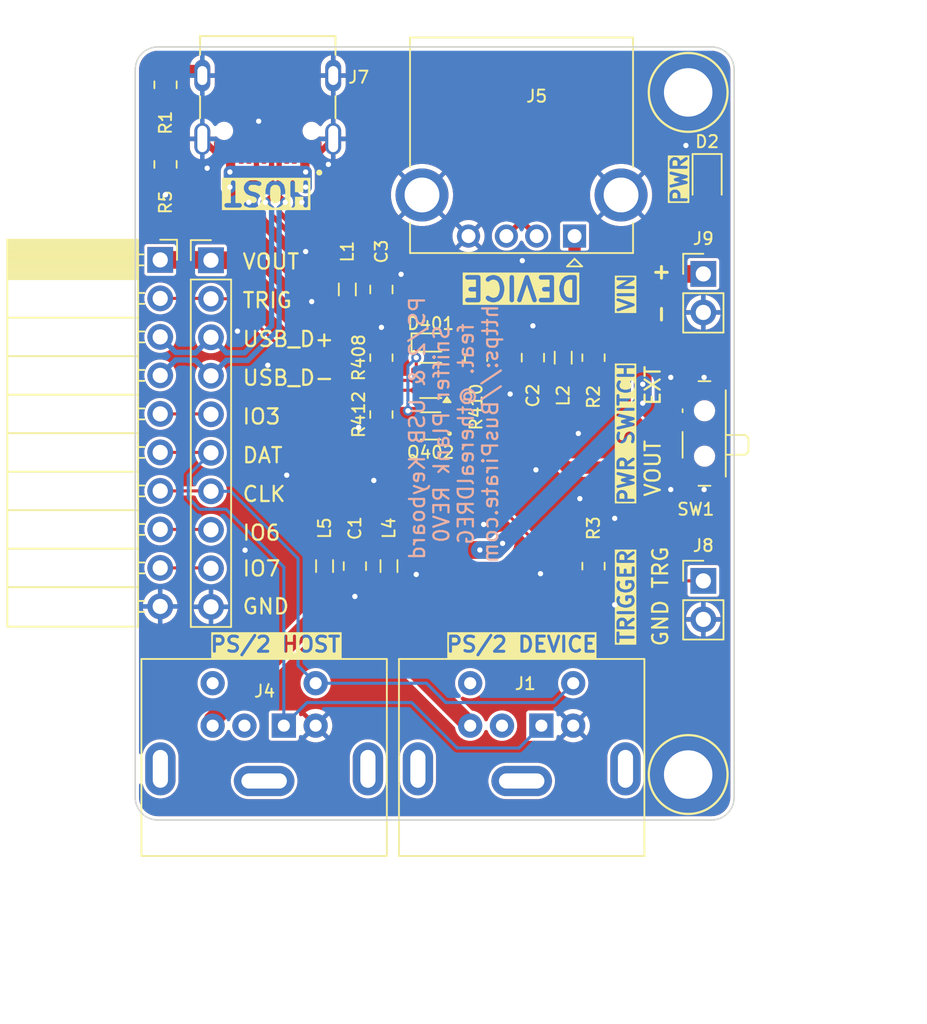
<source format=kicad_pcb>
(kicad_pcb (version 20241229) (generator "pcbnew") (generator_version "9.0")
  (layers (0 "F.Cu" signal) (2 "B.Cu" signal) (13 "F.Paste" user) (15 "B.Paste" user) (5 "F.SilkS" user "F.Silkscreen") (7 "B.SilkS" user "B.Silkscreen") (1 "F.Mask" user) (3 "B.Mask" user) (25 "Edge.Cuts" user))
  (net 0 "")
  (net 1 "VDD")
  (net 3 "DAT")
  (net 4 "Net-(J1-Pad4)")
  (net 5 "CLK")
  (net 6 "USB_D-")
  (net 8 "IO7")
  (net 9 "IO3")
  (net 10 "IO6")
  (net 11 "GND")
  (net 12 "VOUT")
  (net 13 "Net-(D2-A)")
  (net 14 "TRIG")
  (net 15 "USB_D+")
  (net 16 "Net-(J4-Pad4)")
  (net 17 "Net-(J5-VBUS)")
  (net 19 "Net-(J7-VBUS-PadA4B9)")
  (net 20 "Net-(J7-CC1)")
  (net 21 "Net-(J7-CC2)")
  (net 26 "Net-(D401-A)")
  (net 27 "VOUT_BP_SIDE")
  (net 28 "Net-(Q401A-C1)")
  (net 29 "Net-(Q401A-B1)")
  (footprint "TYPE-C-31-M-12:HRO_TYPE-C-31-M-12" (layer "F.Cu") (at 108.5 73.8875 180)
    (property "Reference" "J7" (at -6 -0.1125 0) (layer "F.SilkS") (effects (font (size 0.8 0.8) (thickness 0.13))))
    (property "Value" "TYPE-C-31-M-12")
    (pad "" np_thru_hole circle (at -2.89 -3.65 180) (size 0.7 0.7) (drill 0.7) (layers "*.Cu" "*.Mask"))
    (pad "" np_thru_hole circle (at 2.89 -3.65 180) (size 0.7 0.7) (drill 0.7) (layers "*.Cu" "*.Mask"))
    (pad "A1B12" smd rect (at -3.25 -5.095 180) (size 0.6 1.45) (layers "F.Cu" "F.Mask" "F.Paste") (net 11 "GND"))
    (pad "A4B9" smd rect (at -2.45 -5.095 180) (size 0.6 1.45) (layers "F.Cu" "F.Mask" "F.Paste") (net 19 "Net-(J7-VBUS-PadA4B9)"))
    (pad "A5" smd rect (at -1.25 -5.095 180) (size 0.3 1.45) (layers "F.Cu" "F.Mask" "F.Paste") (net 20 "Net-(J7-CC1)"))
    (pad "A6" smd rect (at -0.25 -5.095 180) (size 0.3 1.45) (layers "F.Cu" "F.Mask" "F.Paste") (net 15 "USB_D+"))
    (pad "A7" smd rect (at 0.25 -5.095 180) (size 0.3 1.45) (layers "F.Cu" "F.Mask" "F.Paste") (net 6 "USB_D-"))
    (pad "A8" smd rect (at 1.25 -5.095 180) (size 0.3 1.45) (layers "F.Cu" "F.Mask" "F.Paste"))
    (pad "B1A12" smd rect (at 3.25 -5.095 180) (size 0.6 1.45) (layers "F.Cu" "F.Mask" "F.Paste") (net 11 "GND"))
    (pad "B4A9" smd rect (at 2.45 -5.095 180) (size 0.6 1.45) (layers "F.Cu" "F.Mask" "F.Paste") (net 19 "Net-(J7-VBUS-PadA4B9)"))
    (pad "B5" smd rect (at 1.75 -5.095 180) (size 0.3 1.45) (layers "F.Cu" "F.Mask" "F.Paste") (net 21 "Net-(J7-CC2)"))
    (pad "B6" smd rect (at 0.75 -5.095 180) (size 0.3 1.45) (layers "F.Cu" "F.Mask" "F.Paste") (net 15 "USB_D+"))
    (pad "B7" smd rect (at -0.75 -5.095 180) (size 0.3 1.45) (layers "F.Cu" "F.Mask" "F.Paste") (net 6 "USB_D-"))
    (pad "B8" smd rect (at -1.75 -5.095 180) (size 0.3 1.45) (layers "F.Cu" "F.Mask" "F.Paste"))
    (pad "S1" thru_hole oval (at -4.32 -4.18 180) (size 1.05 2.1) (drill oval 0.65 1.75) (layers "*.Cu" "*.Mask") (net 11 "GND"))
    (pad "S2" thru_hole oval (at 4.32 -4.18 180) (size 1.05 2.1) (drill oval 0.65 1.75) (layers "*.Cu" "*.Mask") (net 11 "GND"))
    (pad "S3" thru_hole oval (at -4.32 0 180) (size 1.05 2.1) (drill oval 0.65 1.25) (layers "*.Cu" "*.Mask") (net 11 "GND"))
    (pad "S4" thru_hole oval (at 4.32 0 180) (size 1.05 2.1) (drill oval 0.65 1.25) (layers "*.Cu" "*.Mask") (net 11 "GND"))
  )
  (footprint "Inductor_SMD:L_0805_2012Metric" (layer "F.Cu") (at 116.5 106.25 90)
    (property "Reference" "L4" (at 2.5 0 90) (layer "F.SilkS") (effects (font (size 0.8 0.8) (thickness 0.13))))
    (property "Value" "CBW201209U300T")
    (pad "1" smd roundrect (at -1.0625 0 90) (size 0.875 1.2) (layers "F.Cu" "F.Mask" "F.Paste") (net 4 "Net-(J1-Pad4)"))
    (pad "2" smd roundrect (at 1.0625 0 90) (size 0.875 1.2) (layers "F.Cu" "F.Mask" "F.Paste") (net 1 "VDD"))
  )
  (footprint "Package_TO_SOT_SMD:SOT-523" (layer "F.Cu") (at 119.25 97 180)
    (property "Reference" "Q402" (at 0 -1.75 0) (layer "F.SilkS") (effects (font (size 0.8 0.8) (thickness 0.13))))
    (property "Value" "BC2301T 2.8A")
    (pad "1" smd roundrect (at -0.645 -0.5) (size 0.51 0.4) (layers "F.Cu" "F.Mask" "F.Paste") (net 28 "Net-(Q401A-C1)"))
    (pad "2" smd roundrect (at -0.645 0.5) (size 0.51 0.4) (layers "F.Cu" "F.Mask" "F.Paste") (net 12 "VOUT"))
    (pad "3" smd roundrect (at 0.645 0) (size 0.51 0.4) (layers "F.Cu" "F.Mask" "F.Paste") (net 27 "VOUT_BP_SIDE"))
  )
  (footprint "Connector_PinHeader_2.54mm:PinHeader_1x10_P2.54mm_Vertical" (layer "F.Cu") (at 104.75 86.075)
    (property "Reference" "J3" (hide yes))
    (property "Value" "Conn_01x10" (hide yes))
    (pad "1" thru_hole rect (at 0 0) (size 1.7 1.7) (drill 1) (layers "*.Cu" "*.Mask") (net 27 "VOUT_BP_SIDE"))
    (pad "2" thru_hole oval (at 0 2.54) (size 1.7 1.7) (drill 1) (layers "*.Cu" "*.Mask") (net 14 "TRIG"))
    (pad "3" thru_hole oval (at 0 5.08) (size 1.7 1.7) (drill 1) (layers "*.Cu" "*.Mask") (net 15 "USB_D+"))
    (pad "4" thru_hole oval (at 0 7.62) (size 1.7 1.7) (drill 1) (layers "*.Cu" "*.Mask") (net 6 "USB_D-"))
    (pad "5" thru_hole oval (at 0 10.16) (size 1.7 1.7) (drill 1) (layers "*.Cu" "*.Mask") (net 9 "IO3"))
    (pad "6" thru_hole oval (at 0 12.7) (size 1.7 1.7) (drill 1) (layers "*.Cu" "*.Mask") (net 3 "DAT"))
    (pad "7" thru_hole oval (at 0 15.24) (size 1.7 1.7) (drill 1) (layers "*.Cu" "*.Mask") (net 5 "CLK"))
    (pad "8" thru_hole oval (at 0 17.78) (size 1.7 1.7) (drill 1) (layers "*.Cu" "*.Mask") (net 10 "IO6"))
    (pad "9" thru_hole oval (at 0 20.32) (size 1.7 1.7) (drill 1) (layers "*.Cu" "*.Mask") (net 8 "IO7"))
    (pad "10" thru_hole oval (at 0 22.86) (size 1.7 1.7) (drill 1) (layers "*.Cu" "*.Mask") (net 11 "GND"))
  )
  (footprint "Resistor_SMD:R_0805_2012Metric" (layer "F.Cu") (at 130 106.25 90)
    (property "Reference" "R3" (at 2.5 0 90) (layer "F.SilkS") (effects (font (size 0.8 0.8) (thickness 0.13))))
    (property "Value" "2K")
    (pad "1" smd roundrect (at -0.9125 0 90) (size 1.025 1.4) (layers "F.Cu" "F.Mask" "F.Paste") (roundrect_rratio 0.243902) (net 14 "TRIG"))
    (pad "2" smd roundrect (at 0.9125 0 90) (size 1.025 1.4) (layers "F.Cu" "F.Mask" "F.Paste") (roundrect_rratio 0.243902) (net 12 "VOUT"))
  )
  (footprint "Resistor_SMD:R_0805_2012Metric" (layer "F.Cu") (at 116 96.25 -90)
    (property "Reference" "R412" (at 0 1.5 90) (layer "F.SilkS") (effects (font (size 0.8 0.8) (thickness 0.13))))
    (property "Value" "100K")
    (pad "1" smd roundrect (at -0.9125 0 270) (size 1.025 1.4) (layers "F.Cu" "F.Mask" "F.Paste") (roundrect_rratio 0.243902) (net 28 "Net-(Q401A-C1)"))
    (pad "2" smd roundrect (at 0.9125 0 270) (size 1.025 1.4) (layers "F.Cu" "F.Mask" "F.Paste") (roundrect_rratio 0.243902) (net 11 "GND"))
  )
  (footprint "Capacitor_SMD:C_0805_2012Metric" (layer "F.Cu") (at 114.25 106.25 -90)
    (property "Reference" "C1" (at -2.5 0 90) (layer "F.SilkS") (effects (font (size 0.8 0.8) (thickness 0.13))))
    (property "Value" "47uF/CL21A226MAYNNNE")
    (pad "1" smd roundrect (at -0.95 0 270) (size 1 1.45) (layers "F.Cu" "F.Mask" "F.Paste") (net 1 "VDD"))
    (pad "2" smd roundrect (at 0.95 0 270) (size 1 1.45) (layers "F.Cu" "F.Mask" "F.Paste") (net 11 "GND"))
  )
  (footprint "Connector_PinSocket_2.54mm:PinSocket_1x10_P2.54mm_Horizontal" (layer "F.Cu") (at 101.4 86.05)
    (property "Reference" "J2" (hide yes))
    (property "Value" "Conn_01x10" (hide yes))
    (pad "1" thru_hole rect (at 0 0) (size 1.7 1.7) (drill 1) (layers "*.Cu" "*.Mask") (net 27 "VOUT_BP_SIDE"))
    (pad "2" thru_hole oval (at 0 2.54) (size 1.7 1.7) (drill 1) (layers "*.Cu" "*.Mask") (net 14 "TRIG"))
    (pad "3" thru_hole oval (at 0 5.08) (size 1.7 1.7) (drill 1) (layers "*.Cu" "*.Mask") (net 15 "USB_D+"))
    (pad "4" thru_hole oval (at 0 7.62) (size 1.7 1.7) (drill 1) (layers "*.Cu" "*.Mask") (net 6 "USB_D-"))
    (pad "5" thru_hole oval (at 0 10.16) (size 1.7 1.7) (drill 1) (layers "*.Cu" "*.Mask") (net 9 "IO3"))
    (pad "6" thru_hole oval (at 0 12.7) (size 1.7 1.7) (drill 1) (layers "*.Cu" "*.Mask") (net 3 "DAT"))
    (pad "7" thru_hole oval (at 0 15.24) (size 1.7 1.7) (drill 1) (layers "*.Cu" "*.Mask") (net 5 "CLK"))
    (pad "8" thru_hole oval (at 0 17.78) (size 1.7 1.7) (drill 1) (layers "*.Cu" "*.Mask") (net 10 "IO6"))
    (pad "9" thru_hole oval (at 0 20.32) (size 1.7 1.7) (drill 1) (layers "*.Cu" "*.Mask") (net 8 "IO7"))
    (pad "10" thru_hole oval (at 0 22.86) (size 1.7 1.7) (drill 1) (layers "*.Cu" "*.Mask") (net 11 "GND"))
  )
  (footprint "Package_TO_SOT_SMD:SOT-363_SC-70-6" (layer "F.Cu") (at 119.25 94 180)
    (property "Reference" "Q401")
    (property "Value" "BCM857BS-7-F")
    (pad "1" smd roundrect (at -0.95 -0.65 180) (size 0.65 0.4) (layers "F.Cu" "F.Mask" "F.Paste") (net 12 "VOUT"))
    (pad "2" smd roundrect (at -0.95 0 180) (size 0.65 0.4) (layers "F.Cu" "F.Mask" "F.Paste") (net 29 "Net-(Q401A-B1)"))
    (pad "3" smd roundrect (at -0.95 0.65 180) (size 0.65 0.4) (layers "F.Cu" "F.Mask" "F.Paste") (net 26 "Net-(D401-A)"))
    (pad "4" smd roundrect (at 0.95 0.65 180) (size 0.65 0.4) (layers "F.Cu" "F.Mask" "F.Paste") (net 27 "VOUT_BP_SIDE"))
    (pad "5" smd roundrect (at 0.95 0 180) (size 0.65 0.4) (layers "F.Cu" "F.Mask" "F.Paste") (net 26 "Net-(D401-A)"))
    (pad "6" smd roundrect (at 0.95 -0.65 180) (size 0.65 0.4) (layers "F.Cu" "F.Mask" "F.Paste") (net 28 "Net-(Q401A-C1)"))
  )
  (footprint "connector-mini-din-6:Connector_Mini-DIN_Female_6Pin_2rows" (layer "F.Cu") (at 109.56 116.775)
    (property "Reference" "J4" (at -1.27 -2.275 0) (layer "F.SilkS") (effects (font (size 0.8 0.8) (thickness 0.13))))
    (property "Value" "Mini-DIN-6")
    (pad "1" thru_hole rect (at 0 0) (size 1.6 1.6) (drill 0.8) (layers "*.Cu" "*.Mask") (net 3 "DAT"))
    (pad "2" thru_hole circle (at -2.6 0) (size 1.6 1.6) (drill 0.8) (layers "*.Cu" "*.Mask"))
    (pad "3" thru_hole circle (at 2.1 0) (size 1.6 1.6) (drill 0.8) (layers "*.Cu" "*.Mask") (net 11 "GND"))
    (pad "4" thru_hole circle (at -4.7 0) (size 1.6 1.6) (drill 0.8) (layers "*.Cu" "*.Mask") (net 16 "Net-(J4-Pad4)"))
    (pad "5" thru_hole circle (at 2.1 -2.8) (size 1.6 1.6) (drill 0.8) (layers "*.Cu" "*.Mask") (net 5 "CLK"))
    (pad "6" thru_hole circle (at -4.7 -2.8) (size 1.6 1.6) (drill 0.8) (layers "*.Cu" "*.Mask"))
    (pad "7" thru_hole oval (at -8.15 2.85) (size 2 3.5) (drill oval 1 2.5) (layers "*.Cu" "*.Mask"))
    (pad "7" thru_hole oval (at -1.3 3.65) (size 4 2) (drill oval 3 1) (layers "*.Cu" "*.Mask"))
    (pad "7" thru_hole oval (at 5.55 2.85) (size 2 3.5) (drill oval 1 2.5) (layers "*.Cu" "*.Mask"))
  )
  (footprint "Connector_USB:USB_A_CONNFLY_DS1095-WNR0" (layer "F.Cu") (at 128.75 84.4775 180)
    (property "Reference" "J5" (at 2.5 9.2275 0) (layer "F.SilkS") (effects (font (size 0.8 0.8) (thickness 0.13))))
    (property "Value" "USB_A")
    (pad "1" thru_hole rect (at 0 0 180) (size 1.524 1.524) (drill 0.92) (layers "*.Cu" "*.Mask") (net 17 "Net-(J5-VBUS)"))
    (pad "2" thru_hole circle (at 2.5 0 180) (size 1.524 1.524) (drill 0.92) (layers "*.Cu" "*.Mask") (net 6 "USB_D-"))
    (pad "3" thru_hole circle (at 4.5 0 180) (size 1.524 1.524) (drill 0.92) (layers "*.Cu" "*.Mask") (net 15 "USB_D+"))
    (pad "4" thru_hole circle (at 7 0 180) (size 1.524 1.524) (drill 0.92) (layers "*.Cu" "*.Mask") (net 11 "GND"))
    (pad "5" thru_hole circle (at -3.07 2.71 180) (size 3.5 3.5) (drill 2.3) (layers "*.Cu" "*.Mask") (net 11 "GND"))
    (pad "5" thru_hole circle (at 10.07 2.71 180) (size 3.5 3.5) (drill 2.3) (layers "*.Cu" "*.Mask") (net 11 "GND"))
  )
  (footprint "Inductor_SMD:L_0805_2012Metric" (layer "F.Cu") (at 113.75 88 90)
    (property "Reference" "L1" (at 2.5 0 90) (layer "F.SilkS") (effects (font (size 0.8 0.8) (thickness 0.13))))
    (property "Value" "CBW201209U300T")
    (pad "1" smd roundrect (at -1.0625 0 90) (size 0.875 1.2) (layers "F.Cu" "F.Mask" "F.Paste") (net 1 "VDD"))
    (pad "2" smd roundrect (at 1.0625 0 90) (size 0.875 1.2) (layers "F.Cu" "F.Mask" "F.Paste") (net 19 "Net-(J7-VBUS-PadA4B9)"))
  )
  (footprint "Connector_PinHeader_2.54mm:PinHeader_1x02_P2.54mm_Vertical" (layer "F.Cu") (at 137.25 86.975)
    (property "Reference" "J9" (at 0 -2.33 0) (layer "F.SilkS") (effects (font (size 0.8 0.8) (thickness 0.13))))
    (property "Value" "Conn_01x02_Pin")
    (pad "1" thru_hole rect (at 0 0) (size 1.7 1.7) (drill 1) (layers "*.Cu" "*.Mask") (net 1 "VDD"))
    (pad "2" thru_hole oval (at 0 2.54) (size 1.7 1.7) (drill 1) (layers "*.Cu" "*.Mask") (net 11 "GND"))
  )
  (footprint "Resistor_SMD:R_0805_2012Metric" (layer "F.Cu") (at 116 92.5 90)
    (property "Reference" "R408" (at 0 -1.5 90) (layer "F.SilkS") (effects (font (size 0.8 0.8) (thickness 0.13))))
    (property "Value" "66K")
    (pad "1" smd roundrect (at -0.9125 0 90) (size 1.025 1.4) (layers "F.Cu" "F.Mask" "F.Paste") (roundrect_rratio 0.243902) (net 26 "Net-(D401-A)"))
    (pad "2" smd roundrect (at 0.9125 0 90) (size 1.025 1.4) (layers "F.Cu" "F.Mask" "F.Paste") (roundrect_rratio 0.243902) (net 11 "GND"))
  )
  (footprint "Diode_SMD:D_SOD-523" (layer "F.Cu") (at 119.25 91.5)
    (property "Reference" "D401" (at 0 -1.25 0) (layer "F.SilkS") (effects (font (size 0.8 0.8) (thickness 0.13))))
    (property "Value" "1N4148WT")
    (pad "1" smd roundrect (at -0.7 0 180) (size 0.6 0.7) (layers "F.Cu" "F.Mask" "F.Paste") (net 27 "VOUT_BP_SIDE"))
    (pad "2" smd roundrect (at 0.7 0 180) (size 0.6 0.7) (layers "F.Cu" "F.Mask" "F.Paste") (net 26 "Net-(D401-A)"))
  )
  (footprint "Resistor_SMD:R_0805_2012Metric" (layer "F.Cu") (at 101.75 74.5 -90)
    (property "Reference" "R1" (at 2.5 0 90) (layer "F.SilkS") (effects (font (size 0.8 0.8) (thickness 0.13))))
    (property "Value" "5.1K")
    (pad "1" smd roundrect (at -0.9125 0 270) (size 1.025 1.4) (layers "F.Cu" "F.Mask" "F.Paste") (roundrect_rratio 0.243902) (net 11 "GND"))
    (pad "2" smd roundrect (at 0.9125 0 270) (size 1.025 1.4) (layers "F.Cu" "F.Mask" "F.Paste") (roundrect_rratio 0.243902) (net 20 "Net-(J7-CC1)"))
  )
  (footprint "connector-mini-din-6:Connector_Mini-DIN_Female_6Pin_2rows" (layer "F.Cu") (at 126.56 116.775)
    (property "Reference" "J1" (at -1.06 -2.775 0) (layer "F.SilkS") (effects (font (size 0.8 0.8) (thickness 0.13))))
    (property "Value" "Mini-DIN-6")
    (pad "1" thru_hole rect (at 0 0) (size 1.6 1.6) (drill 0.8) (layers "*.Cu" "*.Mask") (net 3 "DAT"))
    (pad "2" thru_hole circle (at -2.6 0) (size 1.6 1.6) (drill 0.8) (layers "*.Cu" "*.Mask"))
    (pad "3" thru_hole circle (at 2.1 0) (size 1.6 1.6) (drill 0.8) (layers "*.Cu" "*.Mask") (net 11 "GND"))
    (pad "4" thru_hole circle (at -4.7 0) (size 1.6 1.6) (drill 0.8) (layers "*.Cu" "*.Mask") (net 4 "Net-(J1-Pad4)"))
    (pad "5" thru_hole circle (at 2.1 -2.8) (size 1.6 1.6) (drill 0.8) (layers "*.Cu" "*.Mask") (net 5 "CLK"))
    (pad "6" thru_hole circle (at -4.7 -2.8) (size 1.6 1.6) (drill 0.8) (layers "*.Cu" "*.Mask"))
    (pad "7" thru_hole oval (at -8.15 2.85) (size 2 3.5) (drill oval 1 2.5) (layers "*.Cu" "*.Mask"))
    (pad "7" thru_hole oval (at -1.3 3.65) (size 4 2) (drill oval 3 1) (layers "*.Cu" "*.Mask"))
    (pad "7" thru_hole oval (at 5.55 2.85) (size 2 3.5) (drill oval 1 2.5) (layers "*.Cu" "*.Mask"))
  )
  (footprint "Connector_PinHeader_2.54mm:PinHeader_1x02_P2.54mm_Vertical" (layer "F.Cu") (at 137.25 107.225)
    (property "Reference" "J8" (at 0 -2.33 0) (layer "F.SilkS") (effects (font (size 0.8 0.8) (thickness 0.13))))
    (property "Value" "Conn_01x02_Pin")
    (pad "1" thru_hole rect (at 0 0) (size 1.7 1.7) (drill 1) (layers "*.Cu" "*.Mask") (net 14 "TRIG"))
    (pad "2" thru_hole oval (at 0 2.54) (size 1.7 1.7) (drill 1) (layers "*.Cu" "*.Mask") (net 11 "GND"))
  )
  (footprint "Inductor_SMD:L_0805_2012Metric" (layer "F.Cu") (at 112.25 106.25 90)
    (property "Reference" "L5" (at 2.5 0 90) (layer "F.SilkS") (effects (font (size 0.8 0.8) (thickness 0.13))))
    (property "Value" "CBW201209U300T")
    (pad "1" smd roundrect (at -1.0625 0 90) (size 0.875 1.2) (layers "F.Cu" "F.Mask" "F.Paste") (net 16 "Net-(J4-Pad4)"))
    (pad "2" smd roundrect (at 1.0625 0 90) (size 0.875 1.2) (layers "F.Cu" "F.Mask" "F.Paste") (net 1 "VDD"))
  )
  (footprint "Resistor_SMD:R_0805_2012Metric" (layer "F.Cu") (at 122.25 92.5 90)
    (property "Reference" "R410" (at -3.25 0 90) (layer "F.SilkS") (effects (font (size 0.8 0.8) (thickness 0.13))))
    (property "Value" "10K")
    (pad "1" smd roundrect (at -0.9125 0 90) (size 1.025 1.4) (layers "F.Cu" "F.Mask" "F.Paste") (roundrect_rratio 0.243902) (net 29 "Net-(Q401A-B1)"))
    (pad "2" smd roundrect (at 0.9125 0 90) (size 1.025 1.4) (layers "F.Cu" "F.Mask" "F.Paste") (roundrect_rratio 0.243902) (net 26 "Net-(D401-A)"))
  )
  (footprint "Button_Switch_SMD:SW_SPDT_PCM12" (layer "F.Cu") (at 137 97.5 90)
    (property "Reference" "SW1" (at -5 -0.25 180) (layer "F.SilkS") (effects (font (size 0.8 0.8) (thickness 0.13))))
    (property "Value" "SW_SPDT")
    (pad "" smd rect (at -3.65 -0.78 90) (size 1 0.8) (layers "F.Cu" "F.Mask" "F.Paste") (net 11 "GND"))
    (pad "" smd rect (at -3.65 1.43 90) (size 1 0.8) (layers "F.Cu" "F.Mask" "F.Paste") (net 11 "GND"))
    (pad "" np_thru_hole circle (at -1.5 0.33 90) (size 0.9 0.9) (drill 0.9) (layers "*.Cu" "*.Mask"))
    (pad "" np_thru_hole circle (at 1.5 0.33 90) (size 0.9 0.9) (drill 0.9) (layers "*.Cu" "*.Mask"))
    (pad "" smd rect (at 3.65 -0.78 90) (size 1 0.8) (layers "F.Cu" "F.Mask" "F.Paste") (net 11 "GND"))
    (pad "" smd rect (at 3.65 1.43 90) (size 1 0.8) (layers "F.Cu" "F.Mask" "F.Paste") (net 11 "GND"))
    (pad "1" smd rect (at -2.25 -1.43 90) (size 0.7 1.5) (layers "F.Cu" "F.Mask" "F.Paste") (net 12 "VOUT"))
    (pad "2" smd rect (at 0.75 -1.43 90) (size 0.7 1.5) (layers "F.Cu" "F.Mask" "F.Paste") (net 1 "VDD"))
    (pad "3" smd rect (at 2.25 -1.43 90) (size 0.7 1.5) (layers "F.Cu" "F.Mask" "F.Paste"))
  )
  (footprint "Resistor_SMD:R_0805_2012Metric" (layer "F.Cu") (at 130 92.5 90)
    (property "Reference" "R2" (at -2.5875 0 90) (layer "F.SilkS") (effects (font (size 0.8 0.8) (thickness 0.13))))
    (property "Value" "2K" (hide yes))
    (pad "1" smd roundrect (at -0.9125 0 90) (size 1.025 1.4) (layers "F.Cu" "F.Mask" "F.Paste") (roundrect_rratio 0.243902439) (net 1 "VDD"))
    (pad "2" smd roundrect (at 0.9125 0 90) (size 1.025 1.4) (layers "F.Cu" "F.Mask" "F.Paste") (roundrect_rratio 0.243902439) (net 13 "Net-(D2-A)"))
  )
  (footprint "Capacitor_SMD:C_0805_2012Metric" (layer "F.Cu") (at 126 92.5 90)
    (property "Reference" "C2" (at -2.5 0 90) (layer "F.SilkS") (effects (font (size 0.8 0.8) (thickness 0.13))))
    (property "Value" "47uF/CL21A226MAYNNNE")
    (pad "1" smd roundrect (at -0.95 0 90) (size 1 1.45) (layers "F.Cu" "F.Mask" "F.Paste") (net 1 "VDD"))
    (pad "2" smd roundrect (at 0.95 0 90) (size 1 1.45) (layers "F.Cu" "F.Mask" "F.Paste") (net 11 "GND"))
  )
  (footprint "Inductor_SMD:L_0805_2012Metric" (layer "F.Cu") (at 128 92.5 90)
    (property "Reference" "L2" (at -2.5 0 90) (layer "F.SilkS") (effects (font (size 0.8 0.8) (thickness 0.13))))
    (property "Value" "CBW201209U300T")
    (pad "1" smd roundrect (at -1.0625 0 90) (size 0.875 1.2) (layers "F.Cu" "F.Mask" "F.Paste") (net 1 "VDD"))
    (pad "2" smd roundrect (at 1.0625 0 90) (size 0.875 1.2) (layers "F.Cu" "F.Mask" "F.Paste") (net 17 "Net-(J5-VBUS)"))
  )
  (footprint "Capacitor_SMD:C_0805_2012Metric" (layer "F.Cu") (at 116 88 90)
    (property "Reference" "C3" (at 2.5 0 90) (layer "F.SilkS") (effects (font (size 0.8 0.8) (thickness 0.13))))
    (property "Value" "47uF/CL21A226MAYNNNE")
    (pad "1" smd roundrect (at -0.95 0 90) (size 1 1.45) (layers "F.Cu" "F.Mask" "F.Paste") (net 1 "VDD"))
    (pad "2" smd roundrect (at 0.95 0 90) (size 1 1.45) (layers "F.Cu" "F.Mask" "F.Paste") (net 11 "GND"))
  )
  (footprint "LED_SMD:LED_0805_2012Metric" (layer "F.Cu") (at 137.5 80.75 -90)
    (property "Reference" "D2" (at -2.5 0 180) (layer "F.SilkS") (effects (font (size 0.8 0.8) (thickness 0.13))))
    (property "Value" "LED" (hide yes))
    (pad "1" smd roundrect (at -0.9375 0 270) (size 0.975 1.4) (layers "F.Cu" "F.Mask" "F.Paste") (net 11 "GND"))
    (pad "2" smd roundrect (at 0.9375 0 270) (size 0.975 1.4) (layers "F.Cu" "F.Mask" "F.Paste") (net 13 "Net-(D2-A)"))
  )
  (footprint "Resistor_SMD:R_0805_2012Metric" (layer "F.Cu") (at 101.75 79.75 90)
    (property "Reference" "R5" (at -2.5 0 90) (layer "F.SilkS") (effects (font (size 0.8 0.8) (thickness 0.13))))
    (property "Value" "5.1K")
    (pad "1" smd roundrect (at -0.9125 0 90) (size 1.025 1.4) (layers "F.Cu" "F.Mask" "F.Paste") (roundrect_rratio 0.243902) (net 11 "GND"))
    (pad "2" smd roundrect (at 0.9125 0 90) (size 1.025 1.4) (layers "F.Cu" "F.Mask" "F.Paste") (roundrect_rratio 0.243902) (net 21 "Net-(J7-CC2)"))
  )
  (gr_circle (center 136.25 75) (end 138.85 75) (stroke (width 0.15)) (fill no) (layer "F.SilkS"))
  (gr_circle (center 136.25 120) (end 138.85 120) (stroke (width 0.15)) (fill no) (layer "F.SilkS"))
  (gr_line (start 139.28391 121.500383) (end 139.28391 73.534293) (stroke (width 0.1)) (layer "Edge.Cuts"))
  (gr_arc (start 101.249947 122.999945) (mid 100.189321 122.560586) (end 99.75 121.499945) (stroke (width 0.1)) (layer "Edge.Cuts"))
  (gr_arc (start 137.78391 72.000383) (mid 138.856494 72.451779) (end 139.283527 73.534293) (stroke (width 0.1)) (layer "Edge.Cuts"))
  (gr_line (start 101.28391 72.000383) (end 137.78391 72.000383) (stroke (width 0.1)) (layer "Edge.Cuts"))
  (gr_line (start 99.75 121.499945) (end 99.75 73.5) (stroke (width 0.1)) (layer "Edge.Cuts"))
  (gr_arc (start 139.28391 121.500383) (mid 138.832512 122.572964) (end 137.75 123) (stroke (width 0.1)) (layer "Edge.Cuts"))
  (gr_line (start 101.249947 122.999945) (end 137.75 122.999945) (stroke (width 0.1)) (layer "Edge.Cuts"))
  (gr_arc (start 99.75 73.5) (mid 100.201397 72.427418) (end 101.28391 72.000383) (stroke (width 0.1)) (layer "Edge.Cuts"))
  (gr_text "GND TRG" (at 135 108.25 90) (layer "F.SilkS") (effects (font (size 1 1)) (justify bottom)))
  (gr_text "IO7" (at 106.75 107 0) (layer "F.SilkS") (effects (font (size 1 1)) (justify left bottom)))
  (gr_text "PS/2 DEVICE" (at 125.25 112 0) (layer "F.SilkS" knockout) (effects (font (size 1 1) (thickness 0.2) (bold yes)) (justify bottom)))
  (gr_text "USB_D-" (at 106.75 94.416665 0) (layer "F.SilkS") (effects (font (size 1 1)) (justify left bottom)))
  (gr_text "USB_D+" (at 106.75 91.86111 0) (layer "F.SilkS") (effects (font (size 1 1)) (justify left bottom)))
  (gr_text "HOST" (at 108.5 80.75 180) (layer "F.SilkS" knockout) (effects (font (size 1.5 1.5) (thickness 0.3) (bold yes)) (justify bottom)))
  (gr_text "-  +" (at 135 88.25 90) (layer "F.SilkS") (effects (font (size 1 1) (thickness 0.2) (bold yes)) (justify bottom)))
  (gr_text "PWR" (at 136.25 80.75 90) (layer "F.SilkS" knockout) (effects (font (size 1 1) (thickness 0.2) (bold yes)) (justify bottom)))
  (gr_text "GND" (at 106.75 109.5 0) (layer "F.SilkS") (effects (font (size 1 1)) (justify left bottom)))
  (gr_text "IO6" (at 106.75 104.638885 0) (layer "F.SilkS") (effects (font (size 1 1)) (justify left bottom)))
  (gr_text "VOUT" (at 106.75 86.75 0) (layer "F.SilkS") (effects (font (size 1 1)) (justify left bottom)))
  (gr_text "TRIG" (at 106.75 89.305555 0) (layer "F.SilkS") (effects (font (size 1 1)) (justify left bottom)))
  (gr_text "VIN" (at 132.75 88.25 90) (layer "F.SilkS" knockout) (effects (font (size 1 1) (thickness 0.2) (bold yes)) (justify bottom)))
  (gr_text "DAT" (at 106.75 99.527775 0) (layer "F.SilkS") (effects (font (size 1 1)) (justify left bottom)))
  (gr_text "CLK" (at 106.75 102.08333 0) (layer "F.SilkS") (effects (font (size 1 1)) (justify left bottom)))
  (gr_text "IO3" (at 106.75 96.97222 0) (layer "F.SilkS") (effects (font (size 1 1)) (justify left bottom)))
  (gr_text "TRIGGER" (at 132.75 108.25 90) (layer "F.SilkS" knockout) (effects (font (size 1 1) (thickness 0.2) (bold yes)) (justify bottom)))
  (gr_text "DEVICE" (at 125.25 87 180) (layer "F.SilkS" knockout) (effects (font (size 1.5 1.5) (thickness 0.3) (bold yes)) (justify bottom)))
  (gr_text "PWR SWITCH" (at 132.75 97.5 90) (layer "F.SilkS" knockout) (effects (font (size 1 1) (thickness 0.2) (bold yes)) (justify bottom)))
  (gr_text "VOUT   EXT" (at 134.5 101.75 90) (layer "F.SilkS") (effects (font (size 1 1)) (justify left bottom)))
  (gr_text "PS/2 HOST" (at 109 112 0) (layer "F.SilkS" knockout) (effects (font (size 1 1) (thickness 0.2) (bold yes)) (justify bottom)))
  (gr_text "PS/2 & USB Keyboard \nSniffer Plank REV0\nfeat. @therealDREG\nhttps://BusPirate.com" (at 120.777 97.536 90) (layer "B.SilkS") (effects (font (size 1 1)) (justify mirror)))
  (segment (start 123.5625 105.1875) (end 124 104.75) (width 1.1684) (layer "F.Cu") (net 1))
  (segment (start 135.57 96.75) (end 134.5 96.75) (width 1.1684) (layer "F.Cu") (net 1))
  (segment (start 122.5 105.1875) (end 123.5625 105.1875) (width 1.1684) (layer "F.Cu") (net 1))
  (segment (start 134.5 96.75) (end 133.25 95.5) (width 1.1684) (layer "F.Cu") (net 1))
  (segment (start 114.25 105.3) (end 116.3875 105.3) (width 1.1684) (layer "F.Cu") (net 1))
  (segment (start 126 93.45) (end 124.95 93.45) (width 1.1684) (layer "F.Cu") (net 1))
  (segment (start 124.95 93.45) (end 124.25 92.75) (width 1.1684) (layer "F.Cu") (net 1))
  (segment (start 128 93.5625) (end 126.1125 93.5625) (width 1.1684) (layer "F.Cu") (net 1))
  (segment (start 126.1125 93.5625) (end 126 93.45) (width 1.1684) (layer "F.Cu") (net 1))
  (segment (start 116.5 105.1875) (end 122.5 105.1875) (width 1.1684) (layer "F.Cu") (net 1))
  (segment (start 133.25 89) (end 135.275 86.975) (width 1.1684) (layer "F.Cu") (net 1))
  (segment (start 124.25 90.5) (end 122.7 88.95) (width 1.1684) (layer "F.Cu") (net 1))
  (segment (start 112.25 105.1875) (end 114.1375 105.1875) (width 1.1684) (layer "F.Cu") (net 1))
  (segment (start 124.25 92.75) (end 124.25 90.5) (width 1.1684) (layer "F.Cu") (net 1))
  (segment (start 113.8625 88.95) (end 113.75 89.0625) (width 1.1684) (layer "F.Cu") (net 1))
  (segment (start 128 93.5625) (end 129.85 93.5625) (width 1.1684) (layer "F.Cu") (net 1))
  (segment (start 116.3875 105.3) (end 116.5 105.1875) (width 1.1684) (layer "F.Cu") (net 1))
  (segment (start 116 88.95) (end 113.8625 88.95) (width 1.1684) (layer "F.Cu") (net 1))
  (segment (start 135.275 86.975) (end 137.25 86.975) (width 1.1684) (layer "F.Cu") (net 1))
  (segment (start 133.25 93.4125) (end 130 93.4125) (width 1.1684) (layer "F.Cu") (net 1))
  (segment (start 133.25 93.4125) (end 133.25 89) (width 1.1684) (layer "F.Cu") (net 1))
  (segment (start 133.25 94.25) (end 133.25 93.4125) (width 1.1684) (layer "F.Cu") (net 1))
  (segment (start 114.1375 105.1875) (end 114.25 105.3) (width 1.1684) (layer "F.Cu") (net 1))
  (segment (start 129.85 93.5625) (end 130 93.4125) (width 1.1684) (layer "F.Cu") (net 1))
  (segment (start 122.7 88.95) (end 116 88.95) (width 1.1684) (layer "F.Cu") (net 1))
  (segment (start 133.25 95.5) (end 133.25 94.25) (width 1.1684) (layer "F.Cu") (net 1))
  (via (at 133.25 95.5) (size 0.6548) (drill 0.35) (layers "F.Cu" "B.Cu") (net 1))
  (via (at 133.25 94.25) (size 0.6548) (drill 0.35) (layers "F.Cu" "B.Cu") (net 1))
  (via (at 124 104.75) (size 0.6548) (drill 0.35) (layers "F.Cu" "B.Cu") (net 1))
  (via (at 122.5 105.1875) (size 0.6548) (drill 0.35) (layers "F.Cu" "B.Cu") (net 1))
  (segment (start 122.5 105.1875) (end 123.5625 105.1875) (width 1.1684) (layer "B.Cu") (net 1))
  (segment (start 133.25 95.5) (end 133.25 94.25) (width 1.1684) (layer "B.Cu") (net 1))
  (segment (start 124 104.75) (end 133.25 95.5) (width 1.1684) (layer "B.Cu") (net 1))
  (segment (start 123.5625 105.1875) (end 124 104.75) (width 1.1684) (layer "B.Cu") (net 1))
  (segment (start 101.4 98.75) (end 104.725 98.75) (width 0.2032) (layer "F.Cu") (net 3))
  (segment (start 104.725 98.75) (end 104.75 98.775) (width 0.2032) (layer "F.Cu") (net 3))
  (segment (start 118 115.25) (end 121 118.25) (width 0.2032) (layer "B.Cu") (net 3))
  (segment (start 104.75 98.775) (end 103.25 100.275) (width 0.2032) (layer "B.Cu") (net 3))
  (segment (start 109.56 116.775) (end 111.085 115.25) (width 0.2032) (layer "B.Cu") (net 3))
  (segment (start 103.25 100.275) (end 103.25 101.75) (width 0.2032) (layer "B.Cu") (net 3))
  (segment (start 125.085 118.25) (end 126.56 116.775) (width 0.2032) (layer "B.Cu") (net 3))
  (segment (start 109.56 106.31) (end 109.56 116.775) (width 0.2032) (layer "B.Cu") (net 3))
  (segment (start 105.75 102.5) (end 109.56 106.31) (width 0.2032) (layer "B.Cu") (net 3))
  (segment (start 111.085 115.25) (end 118 115.25) (width 0.2032) (layer "B.Cu") (net 3))
  (segment (start 104 102.5) (end 105.75 102.5) (width 0.2032) (layer "B.Cu") (net 3))
  (segment (start 103.25 101.75) (end 104 102.5) (width 0.2032) (layer "B.Cu") (net 3))
  (segment (start 121 118.25) (end 125.085 118.25) (width 0.2032) (layer "B.Cu") (net 3))
  (segment (start 116.5 107.3125) (end 116.5 111.415) (width 1.1684) (layer "F.Cu") (net 4))
  (segment (start 116.5 111.415) (end 121.86 116.775) (width 1.1684) (layer "F.Cu") (net 4))
  (segment (start 104.725 101.29) (end 104.75 101.315) (width 0.2032) (layer "F.Cu") (net 5))
  (segment (start 101.4 101.29) (end 104.725 101.29) (width 0.2032) (layer "F.Cu") (net 5))
  (segment (start 110.5 105.75) (end 106.065 101.315) (width 0.2032) (layer "B.Cu") (net 5))
  (segment (start 106.065 101.315) (end 104.75 101.315) (width 0.2032) (layer "B.Cu") (net 5))
  (segment (start 111.66 113.975) (end 118.975 113.975) (width 0.2032) (layer "B.Cu") (net 5))
  (segment (start 120.25 115.25) (end 127.385 115.25) (width 0.2032) (layer "B.Cu") (net 5))
  (segment (start 110.5 112.815) (end 110.5 105.75) (width 0.2032) (layer "B.Cu") (net 5))
  (segment (start 118.975 113.975) (end 120.25 115.25) (width 0.2032) (layer "B.Cu") (net 5))
  (segment (start 127.385 115.25) (end 128.66 113.975) (width 0.2032) (layer "B.Cu") (net 5))
  (segment (start 111.66 113.975) (end 110.5 112.815) (width 0.2032) (layer "B.Cu") (net 5))
  (segment (start 109.25 78) (end 109.25 78.9825) (width 0.35) (layer "F.Cu") (net 6))
  (segment (start 109.25 82.65) (end 109.25 82.896446) (width 0.35) (layer "F.Cu") (net 6))
  (segment (start 114.75 78.896446) (end 116.896446 76.75) (width 0.35) (layer "F.Cu") (net 6))
  (segment (start 116.896446 76.75) (end 123.603554 76.75) (width 0.35) (layer "F.Cu") (net 6))
  (segment (start 109 77.75) (end 109.25 78) (width 0.35) (layer "F.Cu") (net 6))
  (segment (start 109.25 82.896446) (end 110.103554 83.75) (width 0.35) (layer "F.Cu") (net 6))
  (segment (start 112.146446 83.75) (end 114.75 81.146446) (width 0.35) (layer "F.Cu") (net 6))
  (segment (start 108.25 78) (end 108.5 77.75) (width 0.35) (layer "F.Cu") (net 6))
  (segment (start 110.103554 83.75) (end 112.146446 83.75) (width 0.35) (layer "F.Cu") (net 6))
  (segment (start 125.5 78.646446) (end 125.5 83.7275) (width 0.35) (layer "F.Cu") (net 6))
  (segment (start 108.5 77.75) (end 109 77.75) (width 0.35) (layer "F.Cu") (net 6))
  (segment (start 114.75 81.146446) (end 114.75 78.896446) (width 0.35) (layer "F.Cu") (net 6))
  (segment (start 108.25 78.9825) (end 108.25 78) (width 0.35) (layer "F.Cu") (net 6))
  (segment (start 123.603554 76.75) (end 125.5 78.646446) (width 0.35) (layer "F.Cu") (net 6))
  (segment (start 125.5 83.7275) (end 126.25 84.4775) (width 0.35) (layer "F.Cu") (net 6))
  (segment (start 109.25 81.85) (end 109.25 78.9825) (width 0.35) (layer "F.Cu") (net 6))
  (segment (start 109.65 82.25) (end 109.25 82.65) (width 0.35) (layer "F.Cu") (net 6))
  (segment (start 109.65 82.25) (end 109.25 81.85) (width 0.35) (layer "F.Cu") (net 6))
  (via (at 109.65 82.25) (size 0.6548) (drill 0.35) (layers "F.Cu" "B.Cu") (net 6))
  (segment (start 102.42 92.65) (end 103.25 92.65) (width 0.35) (layer "B.Cu") (net 6))
  (segment (start 105.77 92.675) (end 104.75 93.695) (width 0.35) (layer "B.Cu") (net 6))
  (segment (start 107.178554 92.675) (end 105.77 92.675) (width 0.35) (layer "B.Cu") (net 6))
  (segment (start 103.25 92.65) (end 103.275 92.675) (width 0.35) (layer "B.Cu") (net 6))
  (segment (start 101.4 93.67) (end 102.42 92.65) (width 0.35) (layer "B.Cu") (net 6))
  (segment (start 103.275 92.675) (end 103.73 92.675) (width 0.35) (layer "B.Cu") (net 6))
  (segment (start 109.25 82.65) (end 109.25 90.603554) (width 0.35) (layer "B.Cu") (net 6))
  (segment (start 103.73 92.675) (end 104.75 93.695) (width 0.35) (layer "B.Cu") (net 6))
  (segment (start 109.65 82.25) (end 109.25 82.65) (width 0.35) (layer "B.Cu") (net 6))
  (segment (start 109.25 90.603554) (end 107.178554 92.675) (width 0.35) (layer "B.Cu") (net 6))
  (segment (start 101.4 106.37) (end 104.725 106.37) (width 0.2032) (layer "F.Cu") (net 8))
  (segment (start 104.725 106.37) (end 104.75 106.395) (width 0.2032) (layer "F.Cu") (net 8))
  (segment (start 104.725 96.21) (end 104.75 96.235) (width 0.2032) (layer "F.Cu") (net 9))
  (segment (start 101.4 96.21) (end 104.725 96.21) (width 0.2032) (layer "F.Cu") (net 9))
  (segment (start 101.4 103.83) (end 104.725 103.83) (width 0.2032) (layer "F.Cu") (net 10))
  (segment (start 104.725 103.83) (end 104.75 103.855) (width 0.2032) (layer "F.Cu") (net 10))
  (segment (start 101.75 73.5875) (end 103.88 73.5875) (width 0.8128) (layer "F.Cu") (net 11))
  (segment (start 111.75 78.9825) (end 111.905 78.9825) (width 0.4064) (layer "F.Cu") (net 11))
  (segment (start 111.905 78.9825) (end 112.82 78.0675) (width 0.4064) (layer "F.Cu") (net 11))
  (segment (start 105.25 79.25) (end 104.5 80) (width 0.4064) (layer "F.Cu") (net 11))
  (segment (start 114.25 108.25) (end 114.25 107.2) (width 0.8128) (layer "F.Cu") (net 11))
  (segment (start 101.75 80.6625) (end 101.75 81.75) (width 0.8128) (layer "F.Cu") (net 11))
  (segment (start 117.25 87.05) (end 117.3 87) (width 0.8128) (layer "F.Cu") (net 11))
  (segment (start 114.5625 97.1625) (end 114.5 97.1) (width 0.8128) (layer "F.Cu") (net 11))
  (segment (start 111.75 78.9825) (end 111.75 79) (width 0.4064) (layer "F.Cu") (net 11))
  (segment (start 105.25 78.9825) (end 105.25 79.25) (width 0.4064) (layer "F.Cu") (net 11))
  (segment (start 116 97.1625) (end 114.5625 97.1625) (width 0.8128) (layer "F.Cu") (net 11))
  (segment (start 105.095 78.9825) (end 104.18 78.0675) (width 0.4064) (layer "F.Cu") (net 11))
  (segment (start 116 91.5875) (end 116 90.5) (width 0.8128) (layer "F.Cu") (net 11))
  (segment (start 105.25 78.9825) (end 105.095 78.9825) (width 0.4064) (layer "F.Cu") (net 11))
  (segment (start 111.75 79) (end 112.5 79.75) (width 0.4064) (layer "F.Cu") (net 11))
  (segment (start 126 91.55) (end 126 90.4) (width 0.8128) (layer "F.Cu") (net 11))
  (segment (start 116 87.05) (end 117.25 87.05) (width 0.8128) (layer "F.Cu") (net 11))
  (segment (start 103.88 73.5875) (end 104.18 73.8875) (width 0.8128) (layer "F.Cu") (net 11))
  (via (at 137.3 93.8) (size 0.6548) (drill 0.35) (layers "F.Cu" "B.Cu") (net 11))
  (via (at 112.5 79.75) (size 0.6548) (drill 0.35) (layers "F.Cu" "B.Cu") (net 11))
  (via (at 125.3 86.1) (size 0.6548) (drill 0.35) (layers "F.Cu" "B.Cu") (net 11))
  (via (at 111.4 88.8) (size 0.6548) (drill 0.35) (layers "F.Cu" "B.Cu") (net 11))
  (via (at 115.5 100.6) (size 0.6548) (drill 0.35) (layers "F.Cu" "B.Cu") (net 11))
  (via (at 135.1 93.8) (size 0.6548) (drill 0.35) (layers "F.Cu" "B.Cu") (net 11))
  (via (at 108.5 93) (size 0.6548) (drill 0.35) (layers "F.Cu" "B.Cu") (net 11))
  (via (at 101.75 81.75) (size 0.6548) (drill 0.35) (layers "F.Cu" "B.Cu") (net 11))
  (via (at 107.9 76.9) (size 0.6548) (drill 0.35) (layers "F.Cu" "B.Cu") (net 11))
  (via (at 124.5 94.9) (size 0.6548) (drill 0.35) (layers "F.Cu" "B.Cu") (net 11))
  (via (at 116 90.5) (size 0.6548) (drill 0.35) (layers "F.Cu" "B.Cu") (net 11))
  (via (at 129 97.5) (size 0.6548) (drill 0.35) (layers "F.Cu" "B.Cu") (net 11))
  (via (at 122.75 103.5) (size 0.6548) (drill 0.35) (layers "F.Cu" "B.Cu") (net 11))
  (via (at 107.25 82.25) (size 0.6548) (drill 0.35) (layers "F.Cu" "B.Cu") (net 11))
  (via (at 136.25 120) (size 3.4) (drill 3.2) (layers "F.Cu" "B.Cu") (net 11))
  (via (at 118.3 106.8) (size 0.6548) (drill 0.35) (layers "F.Cu" "B.Cu") (net 11))
  (via (at 117.3 87) (size 0.6548) (drill 0.35) (layers "F.Cu" "B.Cu") (net 11))
  (via (at 135.1 101.2) (size 0.6548) (drill 0.35) (layers "F.Cu" "B.Cu") (net 11))
  (via (at 111 85.5) (size 0.6548) (drill 0.35) (layers "F.Cu" "B.Cu") (net 11))
  (via (at 114.25 108.25) (size 0.6548) (drill 0.35) (layers "F.Cu" "B.Cu") (net 11))
  (via (at 110.75 82.25) (size 0.6548) (drill 0.35) (layers "F.Cu" "B.Cu") (net 11))
  (via (at 137.3 101.2) (size 0.6548) (drill 0.35) (layers "F.Cu" "B.Cu") (net 11))
  (via (at 136.25 75) (size 3.4) (drill 3.2) (layers "F.Cu" "B.Cu") (net 11))
  (via (at 104.5 80) (size 0.6548) (drill 0.35) (layers "F.Cu" "B.Cu") (net 11))
  (via (at 126 90.4) (size 0.6548) (drill 0.35) (layers "F.Cu" "B.Cu") (net 11))
  (via (at 131.4 108.8) (size 0.6548) (drill 0.35) (layers "F.Cu" "B.Cu") (net 11))
  (via (at 109.75 100.25) (size 0.6548) (drill 0.35) (layers "F.Cu" "B.Cu") (net 11))
  (via (at 114.5 97.1) (size 0.6548) (drill 0.35) (layers "F.Cu" "B.Cu") (net 11))
  (via (at 131.4 103.1) (size 0.6548) (drill 0.35) (layers "F.Cu" "B.Cu") (net 11))
  (via (at 106.5 90.75) (size 0.6548) (drill 0.35) (layers "F.Cu" "B.Cu") (net 11))
  (via (at 107 105.2) (size 0.6548) (drill 0.35) (layers "F.Cu" "B.Cu") (net 11))
  (via (at 136.1 78.5) (size 0.6548) (drill 0.35) (layers "F.Cu" "B.Cu") (net 11))
  (via (at 126.2 99.9) (size 0.6548) (drill 0.35) (layers "F.Cu" "B.Cu") (net 11))
  (via (at 129.1 101.8) (size 0.6548) (drill 0.35) (layers "F.Cu" "B.Cu") (net 11))
  (via (at 126.5 106.75) (size 0.6548) (drill 0.35) (layers "F.Cu" "B.Cu") (net 11))
  (segment (start 128.25 99.75) (end 125 96.5) (width 0.8128) (layer "F.Cu") (net 12))
  (segment (start 130 105.3375) (end 130 99.75) (width 0.2032) (layer "F.Cu") (net 12))
  (segment (start 120.2 94.65) (end 120.2 96.195) (width 0.2032) (layer "F.Cu") (net 12))
  (segment (start 125 96.5) (end 121 96.5) (width 0.8128) (layer "F.Cu") (net 12))
  (segment (start 135.57 99.75) (end 130 99.75) (width 0.8128) (layer "F.Cu") (net 12))
  (segment (start 120.2 96.195) (end 119.895 96.5) (width 0.2032) (layer "F.Cu") (net 12))
  (segment (start 130 99.75) (end 128.25 99.75) (width 0.8128) (layer "F.Cu") (net 12))
  (segment (start 137.28125 81.6875) (end 130 88.96875) (width 0.2032) (layer "F.Cu") (net 13))
  (segment (start 137.5 81.6875) (end 137.28125 81.6875) (width 0.2032) (layer "F.Cu") (net 13))
  (segment (start 130 88.96875) (end 130 91.5875) (width 0.2032) (layer "F.Cu") (net 13))
  (segment (start 110 92.5) (end 110 98) (width 0.2032) (layer "F.Cu") (net 14))
  (segment (start 130.4125 107.1625) (end 130.475 107.225) (width 0.2032) (layer "F.Cu") (net 14))
  (segment (start 106.115 88.615) (end 110 92.5) (width 0.2032) (layer "F.Cu") (net 14))
  (segment (start 130.475 107.225) (end 137.25 107.225) (width 0.2032) (layer "F.Cu") (net 14))
  (segment (start 101.4 88.59) (end 104.725 88.59) (width 0.2032) (layer "F.Cu") (net 14))
  (segment (start 123.75 102.25) (end 128.6625 107.1625) (width 0.2032) (layer "F.Cu") (net 14))
  (segment (start 128.6625 107.1625) (end 130 107.1625) (width 0.2032) (layer "F.Cu") (net 14))
  (segment (start 110 98) (end 114.25 102.25) (width 0.2032) (layer "F.Cu") (net 14))
  (segment (start 104.75 88.615) (end 106.115 88.615) (width 0.2032) (layer "F.Cu") (net 14))
  (segment (start 104.725 88.59) (end 104.75 88.615) (width 0.2032) (layer "F.Cu") (net 14))
  (segment (start 130 107.1625) (end 130.4125 107.1625) (width 0.2032) (layer "F.Cu") (net 14))
  (segment (start 114.25 102.25) (end 123.75 102.25) (width 0.2032) (layer "F.Cu") (net 14))
  (segment (start 123.396446 77.25) (end 125 78.853554) (width 0.35) (layer "F.Cu") (net 15))
  (segment (start 108.35 82.25) (end 108.75 81.85) (width 0.35) (layer "F.Cu") (net 15))
  (segment (start 108.75 81.85) (end 108.75 80.25) (width 0.35) (layer "F.Cu") (net 15))
  (segment (start 109.896446 84.25) (end 112.353554 84.25) (width 0.35) (layer "F.Cu") (net 15))
  (segment (start 125 83.7275) (end 124.25 84.4775) (width 0.35) (layer "F.Cu") (net 15))
  (segment (start 108.75 83.103554) (end 109.896446 84.25) (width 0.35) (layer "F.Cu") (net 15))
  (segment (start 108.75 78.9825) (end 108.75 80.25) (width 0.35) (layer "F.Cu") (net 15))
  (segment (start 107.75 80) (end 108 80.25) (width 0.35) (layer "F.Cu") (net 15))
  (segment (start 108 80.25) (end 108.75 80.25) (width 0.35) (layer "F.Cu") (net 15))
  (segment (start 108.75 82.65) (end 108.75 83.103554) (width 0.35) (layer "F.Cu") (net 15))
  (segment (start 112.353554 84.25) (end 115.25 81.353554) (width 0.35) (layer "F.Cu") (net 15))
  (segment (start 107.75 78.9825) (end 107.75 80) (width 0.35) (layer "F.Cu") (net 15))
  (segment (start 108.35 82.25) (end 108.75 82.65) (width 0.35) (layer "F.Cu") (net 15))
  (segment (start 125 78.853554) (end 125 83.7275) (width 0.35) (layer "F.Cu") (net 15))
  (segment (start 117.103554 77.25) (end 123.396446 77.25) (width 0.35) (layer "F.Cu") (net 15))
  (segment (start 115.25 81.353554) (end 115.25 79.103554) (width 0.35) (layer "F.Cu") (net 15))
  (segment (start 115.25 79.103554) (end 117.103554 77.25) (width 0.35) (layer "F.Cu") (net 15))
  (via (at 108.35 82.25) (size 0.6548) (drill 0.35) (layers "F.Cu" "B.Cu") (net 15))
  (segment (start 103.46634 92.175) (end 103.73 92.175) (width 0.35) (layer "B.Cu") (net 15))
  (segment (start 106.971446 92.175) (end 105.77 92.175) (width 0.35) (layer "B.Cu") (net 15))
  (segment (start 103.73 92.175) (end 104.75 91.155) (width 0.35) (layer "B.Cu") (net 15))
  (segment (start 101.4 91.13) (end 102.42 92.15) (width 0.35) (layer "B.Cu") (net 15))
  (segment (start 105.77 92.175) (end 104.75 91.155) (width 0.35) (layer "B.Cu") (net 15))
  (segment (start 108.75 82.65) (end 108.75 90.396446) (width 0.35) (layer "B.Cu") (net 15))
  (segment (start 108.75 90.396446) (end 106.971446 92.175) (width 0.35) (layer "B.Cu") (net 15))
  (segment (start 103.44134 92.15) (end 103.46634 92.175) (width 0.35) (layer "B.Cu") (net 15))
  (segment (start 102.42 92.15) (end 103.44134 92.15) (width 0.35) (layer "B.Cu") (net 15))
  (segment (start 108.35 82.25) (end 108.75 82.65) (width 0.35) (layer "B.Cu") (net 15))
  (segment (start 104.86 116.775) (end 104.86 116.39) (width 1.1684) (layer "F.Cu") (net 16))
  (segment (start 104.86 116.39) (end 112.25 109) (width 1.1684) (layer "F.Cu") (net 16))
  (segment (start 112.25 109) (end 112.25 107.3125) (width 1.1684) (layer "F.Cu") (net 16))
  (segment (start 128 91.4375) (end 128 87.75) (width 0.8128) (layer "F.Cu") (net 17))
  (segment (start 128.75 87) (end 128 87.75) (width 0.8128) (layer "F.Cu") (net 17))
  (segment (start 128.75 84.4775) (end 128.75 87) (width 0.8128) (layer "F.Cu") (net 17))
  (segment (start 111 80.25) (end 111 81.25) (width 0.8128) (layer "F.Cu") (net 19))
  (segment (start 106 81.25) (end 106 80.25) (width 0.8128) (layer "F.Cu") (net 19))
  (segment (start 110.95 78.9825) (end 110.95 80.2) (width 0.6096) (layer "F.Cu") (net 19))
  (segment (start 106.05 78.9825) (end 106.05 80.2) (width 0.6096) (layer "F.Cu") (net 19))
  (segment (start 106 82.75) (end 110.1875 86.9375) (width 0.8128) (layer "F.Cu") (net 19))
  (segment (start 110.1875 86.9375) (end 113.75 86.9375) (width 0.8128) (layer "F.Cu") (net 19))
  (segment (start 106 81.25) (end 106 82.75) (width 0.8128) (layer "F.Cu") (net 19))
  (segment (start 106.05 80.2) (end 106 80.25) (width 0.6096) (layer "F.Cu") (net 19))
  (segment (start 110.95 80.2) (end 111 80.25) (width 0.6096) (layer "F.Cu") (net 19))
  (via (at 106 81.25) (size 0.6548) (drill 0.35) (layers "F.Cu" "B.Cu") (net 19))
  (via (at 106 80.25) (size 0.6548) (drill 0.35) (layers "F.Cu" "B.Cu") (net 19))
  (via (at 111 80.25) (size 0.6548) (drill 0.35) (layers "F.Cu" "B.Cu") (net 19))
  (via (at 111 81.25) (size 0.6548) (drill 0.35) (layers "F.Cu" "B.Cu") (net 19))
  (segment (start 106 80.25) (end 106 81.25) (width 0.8128) (layer "B.Cu") (net 19))
  (segment (start 111 80.25) (end 111 81.25) (width 0.8128) (layer "B.Cu") (net 19))
  (segment (start 111 80.25) (end 106 80.25) (width 0.8128) (layer "B.Cu") (net 19))
  (segment (start 101.8375 75.5) (end 108 75.5) (width 0.2032) (layer "F.Cu") (net 20))
  (segment (start 109.75 77.25) (end 109.75 78.9825) (width 0.2032) (layer "F.Cu") (net 20))
  (segment (start 101.75 75.4125) (end 101.8375 75.5) (width 0.2032) (layer "F.Cu") (net 20))
  (segment (start 108 75.5) (end 109.75 77.25) (width 0.2032) (layer "F.Cu") (net 20))
  (segment (start 106.75 77) (end 106 76.25) (width 0.2032) (layer "F.Cu") (net 21))
  (segment (start 106 76.25) (end 103.5 76.25) (width 0.2032) (layer "F.Cu") (net 21))
  (segment (start 103.5 76.25) (end 101.75 78) (width 0.2032) (layer "F.Cu") (net 21))
  (segment (start 101.75 78) (end 101.75 78.8375) (width 0.2032) (layer "F.Cu") (net 21))
  (segment (start 106.75 78.9825) (end 106.75 77) (width 0.2032) (layer "F.Cu") (net 21))
  (segment (start 116.5875 94) (end 116 93.4125) (width 0.2032) (layer "F.Cu") (net 26))
  (segment (start 120.2 93.35) (end 119.4 93.35) (width 0.2032) (layer "F.Cu") (net 26))
  (segment (start 120.2 93.35) (end 120.2 92.5) (width 0.2032) (layer "F.Cu") (net 26))
  (segment (start 122.25 91.5875) (end 120.0375 91.5875) (width 0.2032) (layer "F.Cu") (net 26))
  (segment (start 119.4 93.35) (end 118.75 94) (width 0.2032) (layer "F.Cu") (net 26))
  (segment (start 119.95 92.25) (end 120.2 92.5) (width 0.2032) (layer "F.Cu") (net 26))
  (segment (start 119.95 91.5) (end 119.95 92.25) (width 0.2032) (layer "F.Cu") (net 26))
  (segment (start 118.75 94) (end 118.3 94) (width 0.2032) (layer "F.Cu") (net 26))
  (segment (start 118.3 94) (end 116.5875 94) (width 0.2032) (layer "F.Cu") (net 26))
  (segment (start 120.0375 91.5875) (end 119.95 91.5) (width 0.2032) (layer "F.Cu") (net 26))
  (segment (start 101.4 86.05) (end 104.725 86.05) (width 1.1684) (layer "F.Cu") (net 27))
  (segment (start 118.605 97) (end 118.605 96.855) (width 0.2032) (layer "F.Cu") (net 27))
  (segment (start 118.3 91.75) (end 118.55 91.5) (width 0.2032) (layer "F.Cu") (net 27))
  (segment (start 112 96.75) (end 114.25 99) (width 1.1684) (layer "F.Cu") (net 27))
  (segment (start 118.3 93.35) (end 118.3 92.5) (width 0.2032) (layer "F.Cu") (net 27))
  (segment (start 114.25 99) (end 117.3 99) (width 1.1684) (layer "F.Cu") (net 27))
  (segment (start 118.3 92.5) (end 118.3 91.75) (width 0.2032) (layer "F.Cu") (net 27))
  (segment (start 104.725 86.05) (end 104.75 86.075) (width 1.1684) (layer "F.Cu") (net 27))
  (segment (start 112 91.75) (end 112 96.75) (width 1.1684) (layer "F.Cu") (net 27))
  (segment (start 104.75 86.075) (end 106.325 86.075) (width 1.1684) (layer "F.Cu") (net 27))
  (segment (start 117.3 99) (end 118.4 97.9) (width 1.1684) (layer "F.Cu") (net 27))
  (segment (start 118.605 96.855) (end 117.75 96) (width 0.2032) (layer "F.Cu") (net 27))
  (segment (start 106.325 86.075) (end 112 91.75) (width 1.1684) (layer "F.Cu") (net 27))
  (via (at 118.3 92.5) (size 0.6548) (drill 0.35) (layers "F.Cu" "B.Cu") (net 27))
  (via (at 117.75 96) (size 0.6548) (drill 0.35) (layers "F.Cu" "B.Cu") (net 27))
  (segment (start 117.75 93.05) (end 118.3 92.5) (width 0.2032) (layer "B.Cu") (net 27))
  (segment (start 117.75 96) (end 117.75 93.05) (width 0.2032) (layer "B.Cu") (net 27))
  (segment (start 118.3 94.65) (end 116.6875 94.65) (width 0.2032) (layer "F.Cu") (net 28))
  (segment (start 119.75 97.5) (end 119.25 97) (width 0.2032) (layer "F.Cu") (net 28))
  (segment (start 119.25 95.5) (end 118.4 94.65) (width 0.2032) (layer "F.Cu") (net 28))
  (segment (start 119.25 97) (end 119.25 95.5) (width 0.2032) (layer "F.Cu") (net 28))
  (segment (start 119.895 97.5) (end 119.75 97.5) (width 0.2032) (layer "F.Cu") (net 28))
  (segment (start 118.4 94.65) (end 118.3 94.65) (width 0.2032) (layer "F.Cu") (net 28))
  (segment (start 116.6875 94.65) (end 116 95.3375) (width 0.2032) (layer "F.Cu") (net 28))
  (segment (start 121.6625 94) (end 122.25 93.4125) (width 0.2032) (layer "F.Cu") (net 29))
  (segment (start 120.2 94) (end 121.6625 94) (width 0.2032) (layer "F.Cu") (net 29))
  (zone (net 12) (net_name "VOUT") (layer "F.Cu") (priority 2) (connect_pads yes (clearance 0.2)) (min_thickness 0.2) (fill yes (thermal_gap 0.5) (thermal_bridge_width 0.5) (smoothing fillet) (radius 0.25))
    (polygon (pts (xy 119.6 96.2) (xy 120 95.8) (xy 122.3 95.8) (xy 122.6 96.1) (xy 122.6 96.9) (xy 122.4 97.1) (xy 120 97.1) (xy 119.6 96.7)))
  )
  (zone (net 27) (net_name "VOUT_BP_SIDE") (layer "F.Cu") (priority 1) (connect_pads yes (clearance 0.2)) (min_thickness 0.2) (fill yes (thermal_gap 0.5) (thermal_bridge_width 0.5) (smoothing fillet) (radius 0.25))
    (polygon (pts (xy 117 95.75) (xy 119 95.75) (xy 119 98.5) (xy 117.915 99.585) (xy 117 99.585)))
  )
  (zone (net 11) (net_name "GND") (layers "F.Cu" "B.Cu") (connect_pads thru_hole_only (clearance 0.2)) (min_thickness 0.25) (fill yes (thermal_gap 0.3) (thermal_bridge_width 0.3))
    (polygon (pts (xy 99.75 72) (xy 139.25 72) (xy 139.25 123) (xy 99.75 123)))
  )
)
</source>
